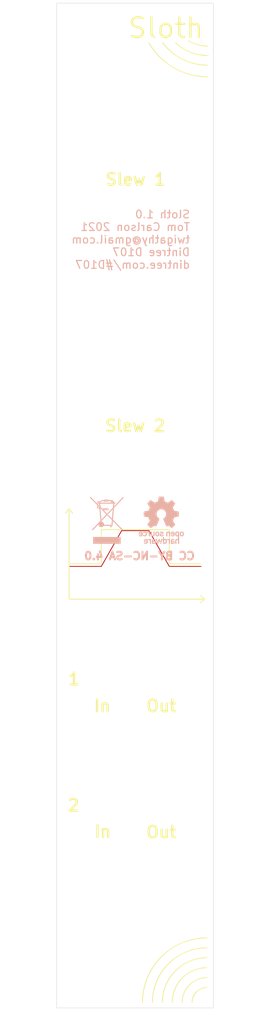
<source format=kicad_pcb>
(kicad_pcb (version 20171130) (host pcbnew "(5.1.4)-1")

  (general
    (thickness 1.6)
    (drawings 46)
    (tracks 0)
    (zones 0)
    (modules 14)
    (nets 1)
  )

  (page A4)
  (layers
    (0 F.Cu signal)
    (31 B.Cu signal)
    (32 B.Adhes user)
    (33 F.Adhes user)
    (34 B.Paste user)
    (35 F.Paste user)
    (36 B.SilkS user)
    (37 F.SilkS user)
    (38 B.Mask user)
    (39 F.Mask user)
    (40 Dwgs.User user)
    (41 Cmts.User user)
    (42 Eco1.User user)
    (43 Eco2.User user)
    (44 Edge.Cuts user)
    (45 Margin user)
    (46 B.CrtYd user)
    (47 F.CrtYd user)
    (48 B.Fab user)
    (49 F.Fab user)
  )

  (setup
    (last_trace_width 0.25)
    (trace_clearance 0.2)
    (zone_clearance 0.508)
    (zone_45_only no)
    (trace_min 0.2)
    (via_size 0.8)
    (via_drill 0.4)
    (via_min_size 0.4)
    (via_min_drill 0.3)
    (uvia_size 0.3)
    (uvia_drill 0.1)
    (uvias_allowed no)
    (uvia_min_size 0.2)
    (uvia_min_drill 0.1)
    (edge_width 0.05)
    (segment_width 0.2)
    (pcb_text_width 0.3)
    (pcb_text_size 1.5 1.5)
    (mod_edge_width 0.12)
    (mod_text_size 1 1)
    (mod_text_width 0.15)
    (pad_size 1.524 1.524)
    (pad_drill 0.762)
    (pad_to_mask_clearance 0.051)
    (solder_mask_min_width 0.25)
    (aux_axis_origin 0 0)
    (visible_elements 7FFFFFFF)
    (pcbplotparams
      (layerselection 0x010fc_ffffffff)
      (usegerberextensions false)
      (usegerberattributes true)
      (usegerberadvancedattributes false)
      (creategerberjobfile false)
      (excludeedgelayer false)
      (linewidth 0.100000)
      (plotframeref false)
      (viasonmask false)
      (mode 1)
      (useauxorigin false)
      (hpglpennumber 1)
      (hpglpenspeed 20)
      (hpglpendiameter 15.000000)
      (psnegative false)
      (psa4output false)
      (plotreference true)
      (plotvalue true)
      (plotinvisibletext false)
      (padsonsilk false)
      (subtractmaskfromsilk false)
      (outputformat 1)
      (mirror false)
      (drillshape 0)
      (scaleselection 1)
      (outputdirectory "panel/"))
  )

  (net 0 "")

  (net_class Default "This is the default net class."
    (clearance 0.2)
    (trace_width 0.25)
    (via_dia 0.8)
    (via_drill 0.4)
    (uvia_dia 0.3)
    (uvia_drill 0.1)
  )

  (net_class Power ""
    (clearance 0.2)
    (trace_width 0.5)
    (via_dia 0.8)
    (via_drill 0.4)
    (uvia_dia 0.3)
    (uvia_drill 0.1)
  )

  (module MountingHole:MountingHole_3.2mm_M3 (layer F.Cu) (tedit 5EE4C5D0) (tstamp 6016EDF6)
    (at 163.8935 110.617)
    (descr "Mounting Hole 3.2mm, no annular, M3")
    (tags "mounting hole 3.2mm no annular m3")
    (attr virtual)
    (fp_text reference REF** (at 0 -4.2) (layer F.SilkS) hide
      (effects (font (size 1 1) (thickness 0.15)))
    )
    (fp_text value MountingHole_3.2mm_M3 (at 0 4.2) (layer F.Fab)
      (effects (font (size 1 1) (thickness 0.15)))
    )
    (fp_text user %R (at 0.3 0) (layer F.Fab)
      (effects (font (size 1 1) (thickness 0.15)))
    )
    (fp_circle (center 0 0) (end 3.2 0) (layer Cmts.User) (width 0.15))
    (fp_circle (center 0 0) (end 3.45 0) (layer F.CrtYd) (width 0.05))
    (pad "" np_thru_hole circle (at 0 0) (size 6.1 6.1) (drill 6.1) (layers *.Cu *.Mask))
  )

  (module MountingHole:MountingHole_3.2mm_M3 (layer F.Cu) (tedit 5EE4C5D0) (tstamp 6016EDEF)
    (at 173.9265 110.617)
    (descr "Mounting Hole 3.2mm, no annular, M3")
    (tags "mounting hole 3.2mm no annular m3")
    (attr virtual)
    (fp_text reference REF** (at 0 -4.2) (layer F.SilkS) hide
      (effects (font (size 1 1) (thickness 0.15)))
    )
    (fp_text value MountingHole_3.2mm_M3 (at 0 4.2) (layer F.Fab)
      (effects (font (size 1 1) (thickness 0.15)))
    )
    (fp_circle (center 0 0) (end 3.45 0) (layer F.CrtYd) (width 0.05))
    (fp_circle (center 0 0) (end 3.2 0) (layer Cmts.User) (width 0.15))
    (fp_text user %R (at 0.3 0) (layer F.Fab)
      (effects (font (size 1 1) (thickness 0.15)))
    )
    (pad "" np_thru_hole circle (at 0 0) (size 6.1 6.1) (drill 6.1) (layers *.Cu *.Mask))
  )

  (module MountingHole:MountingHole_3.2mm_M3 (layer F.Cu) (tedit 5EE4C5D0) (tstamp 6016ED6D)
    (at 163.8935 126.746)
    (descr "Mounting Hole 3.2mm, no annular, M3")
    (tags "mounting hole 3.2mm no annular m3")
    (attr virtual)
    (fp_text reference REF** (at 0 -4.2) (layer F.SilkS) hide
      (effects (font (size 1 1) (thickness 0.15)))
    )
    (fp_text value MountingHole_3.2mm_M3 (at 0 4.2) (layer F.Fab)
      (effects (font (size 1 1) (thickness 0.15)))
    )
    (fp_circle (center 0 0) (end 3.45 0) (layer F.CrtYd) (width 0.05))
    (fp_circle (center 0 0) (end 3.2 0) (layer Cmts.User) (width 0.15))
    (fp_text user %R (at 0.3 0) (layer F.Fab)
      (effects (font (size 1 1) (thickness 0.15)))
    )
    (pad "" np_thru_hole circle (at 0 0) (size 6.1 6.1) (drill 6.1) (layers *.Cu *.Mask))
  )

  (module MountingHole:MountingHole_3.2mm_M3 (layer F.Cu) (tedit 5EE4C5D0) (tstamp 6016EA23)
    (at 173.9265 126.746)
    (descr "Mounting Hole 3.2mm, no annular, M3")
    (tags "mounting hole 3.2mm no annular m3")
    (attr virtual)
    (fp_text reference REF** (at 0 -4.2) (layer F.SilkS) hide
      (effects (font (size 1 1) (thickness 0.15)))
    )
    (fp_text value MountingHole_3.2mm_M3 (at 0 4.2) (layer F.Fab)
      (effects (font (size 1 1) (thickness 0.15)))
    )
    (fp_text user %R (at 0.3 0) (layer F.Fab)
      (effects (font (size 1 1) (thickness 0.15)))
    )
    (fp_circle (center 0 0) (end 3.2 0) (layer Cmts.User) (width 0.15))
    (fp_circle (center 0 0) (end 3.45 0) (layer F.CrtYd) (width 0.05))
    (pad "" np_thru_hole circle (at 0 0) (size 6.1 6.1) (drill 6.1) (layers *.Cu *.Mask))
  )

  (module MountingHole:MountingHole_3.2mm_M3 (layer F.Cu) (tedit 5F66198E) (tstamp 6016EA0C)
    (at 161.0995 119.634)
    (descr "Mounting Hole 3.2mm, no annular, M3")
    (tags "mounting hole 3.2mm no annular m3")
    (attr virtual)
    (fp_text reference REF** (at 0 -4.2) (layer F.SilkS) hide
      (effects (font (size 1 1) (thickness 0.15)))
    )
    (fp_text value MountingHole_3.2mm_M3 (at 0 4.2) (layer F.Fab)
      (effects (font (size 1 1) (thickness 0.15)))
    )
    (fp_circle (center 0 0) (end 3.45 0) (layer F.CrtYd) (width 0.05))
    (fp_circle (center 0 0) (end 3.2 0) (layer Cmts.User) (width 0.15))
    (fp_text user %R (at 0.3 0) (layer F.Fab)
      (effects (font (size 1 1) (thickness 0.15)))
    )
    (pad "" np_thru_hole circle (at 0 0) (size 3.1 3.1) (drill 3.1) (layers *.Cu *.Mask))
  )

  (module MountingHole:MountingHole_3.2mm_M3 (layer F.Cu) (tedit 5F66198E) (tstamp 6016E9FE)
    (at 176.7205 119.634)
    (descr "Mounting Hole 3.2mm, no annular, M3")
    (tags "mounting hole 3.2mm no annular m3")
    (attr virtual)
    (fp_text reference REF** (at 0 -4.2) (layer F.SilkS) hide
      (effects (font (size 1 1) (thickness 0.15)))
    )
    (fp_text value MountingHole_3.2mm_M3 (at 0 4.2) (layer F.Fab)
      (effects (font (size 1 1) (thickness 0.15)))
    )
    (fp_text user %R (at 0.3 0) (layer F.Fab)
      (effects (font (size 1 1) (thickness 0.15)))
    )
    (fp_circle (center 0 0) (end 3.2 0) (layer Cmts.User) (width 0.15))
    (fp_circle (center 0 0) (end 3.45 0) (layer F.CrtYd) (width 0.05))
    (pad "" np_thru_hole circle (at 0 0) (size 3.1 3.1) (drill 3.1) (layers *.Cu *.Mask))
  )

  (module MountingHole:MountingHole_3.2mm_M3 (layer F.Cu) (tedit 5F66198E) (tstamp 6016E9F0)
    (at 176.7205 103.505)
    (descr "Mounting Hole 3.2mm, no annular, M3")
    (tags "mounting hole 3.2mm no annular m3")
    (attr virtual)
    (fp_text reference REF** (at 0 -4.2) (layer F.SilkS) hide
      (effects (font (size 1 1) (thickness 0.15)))
    )
    (fp_text value MountingHole_3.2mm_M3 (at 0 4.2) (layer F.Fab)
      (effects (font (size 1 1) (thickness 0.15)))
    )
    (fp_circle (center 0 0) (end 3.45 0) (layer F.CrtYd) (width 0.05))
    (fp_circle (center 0 0) (end 3.2 0) (layer Cmts.User) (width 0.15))
    (fp_text user %R (at 0.3 0) (layer F.Fab)
      (effects (font (size 1 1) (thickness 0.15)))
    )
    (pad "" np_thru_hole circle (at 0 0) (size 3.1 3.1) (drill 3.1) (layers *.Cu *.Mask))
  )

  (module MountingHole:MountingHole_3.2mm_M3 (layer F.Cu) (tedit 5F66198E) (tstamp 6016E9E2)
    (at 161.0995 103.505)
    (descr "Mounting Hole 3.2mm, no annular, M3")
    (tags "mounting hole 3.2mm no annular m3")
    (attr virtual)
    (fp_text reference REF** (at 0 -4.2) (layer F.SilkS) hide
      (effects (font (size 1 1) (thickness 0.15)))
    )
    (fp_text value MountingHole_3.2mm_M3 (at 0 4.2) (layer F.Fab)
      (effects (font (size 1 1) (thickness 0.15)))
    )
    (fp_text user %R (at 0.3 0) (layer F.Fab)
      (effects (font (size 1 1) (thickness 0.15)))
    )
    (fp_circle (center 0 0) (end 3.2 0) (layer Cmts.User) (width 0.15))
    (fp_circle (center 0 0) (end 3.45 0) (layer F.CrtYd) (width 0.05))
    (pad "" np_thru_hole circle (at 0 0) (size 3.1 3.1) (drill 3.1) (layers *.Cu *.Mask))
  )

  (module Symbol:WEEE-Logo_4.2x6mm_SilkScreen (layer B.Cu) (tedit 0) (tstamp 6016E8A3)
    (at 165.2905 79.8195 180)
    (descr "Waste Electrical and Electronic Equipment Directive")
    (tags "Logo WEEE")
    (path /60041A75)
    (attr virtual)
    (fp_text reference J26 (at 0 0) (layer B.SilkS) hide
      (effects (font (size 1 1) (thickness 0.15)) (justify mirror))
    )
    (fp_text value WEEE (at 0.75 0) (layer B.Fab) hide
      (effects (font (size 1 1) (thickness 0.15)) (justify mirror))
    )
    (fp_poly (pts (xy 2.12443 2.935152) (xy 2.123811 2.848069) (xy 1.672086 2.389109) (xy 1.220361 1.930148)
      (xy 1.220032 1.719529) (xy 1.219703 1.508911) (xy 0.94461 1.508911) (xy 0.937522 1.45547)
      (xy 0.934838 1.431112) (xy 0.930313 1.385241) (xy 0.924191 1.320595) (xy 0.916712 1.239909)
      (xy 0.908119 1.145919) (xy 0.898654 1.041363) (xy 0.888558 0.928975) (xy 0.878074 0.811493)
      (xy 0.867444 0.691652) (xy 0.856909 0.572189) (xy 0.846713 0.455841) (xy 0.837095 0.345343)
      (xy 0.8283 0.243431) (xy 0.820568 0.152842) (xy 0.814142 0.076313) (xy 0.809263 0.016579)
      (xy 0.806175 -0.023624) (xy 0.805117 -0.041559) (xy 0.805118 -0.041644) (xy 0.812827 -0.056035)
      (xy 0.835981 -0.085748) (xy 0.874895 -0.131131) (xy 0.929884 -0.192529) (xy 1.001264 -0.270288)
      (xy 1.089349 -0.364754) (xy 1.194454 -0.476272) (xy 1.316895 -0.605188) (xy 1.35131 -0.641287)
      (xy 1.897137 -1.213416) (xy 1.808881 -1.301436) (xy 1.737485 -1.223758) (xy 1.711366 -1.195686)
      (xy 1.670566 -1.152274) (xy 1.617777 -1.096366) (xy 1.555691 -1.030808) (xy 1.487 -0.958441)
      (xy 1.414396 -0.882112) (xy 1.37096 -0.836524) (xy 1.289416 -0.751119) (xy 1.223504 -0.68271)
      (xy 1.171544 -0.630053) (xy 1.131855 -0.591905) (xy 1.102757 -0.56702) (xy 1.082569 -0.554156)
      (xy 1.06961 -0.552068) (xy 1.0622 -0.559513) (xy 1.058658 -0.575246) (xy 1.057303 -0.598023)
      (xy 1.057121 -0.604239) (xy 1.047703 -0.647061) (xy 1.024497 -0.698819) (xy 0.992136 -0.751328)
      (xy 0.955252 -0.796403) (xy 0.940493 -0.810328) (xy 0.864767 -0.859047) (xy 0.776308 -0.886306)
      (xy 0.6981 -0.892773) (xy 0.609468 -0.880576) (xy 0.527612 -0.844813) (xy 0.455164 -0.786722)
      (xy 0.441797 -0.772262) (xy 0.392918 -0.716733) (xy -0.452674 -0.716733) (xy -0.452674 -0.892773)
      (xy -0.67901 -0.892773) (xy -0.67901 -0.810531) (xy -0.68185 -0.754386) (xy -0.691393 -0.715416)
      (xy -0.702991 -0.694219) (xy -0.711277 -0.679052) (xy -0.718373 -0.657062) (xy -0.724748 -0.624987)
      (xy -0.730872 -0.579569) (xy -0.737216 -0.517548) (xy -0.74425 -0.435662) (xy -0.749066 -0.374746)
      (xy -0.771161 -0.089343) (xy -1.313565 -0.638805) (xy -1.411637 -0.738228) (xy -1.505784 -0.833815)
      (xy -1.594285 -0.92381) (xy -1.67542 -1.006457) (xy -1.747469 -1.080001) (xy -1.808712 -1.142684)
      (xy -1.857427 -1.192752) (xy -1.891896 -1.228448) (xy -1.910379 -1.247995) (xy -1.940743 -1.278944)
      (xy -1.966071 -1.30053) (xy -1.979695 -1.307723) (xy -1.997095 -1.299297) (xy -2.02246 -1.278245)
      (xy -2.031058 -1.269671) (xy -2.067514 -1.23162) (xy -1.866802 -1.027658) (xy -1.815596 -0.975699)
      (xy -1.749569 -0.90882) (xy -1.671618 -0.82995) (xy -1.584638 -0.742014) (xy -1.491526 -0.647941)
      (xy -1.395179 -0.550658) (xy -1.298492 -0.453093) (xy -1.229134 -0.383145) (xy -1.123703 -0.27655)
      (xy -1.035129 -0.186307) (xy -0.962281 -0.111192) (xy -0.904023 -0.049986) (xy -0.859225 -0.001466)
      (xy -0.837021 0.023871) (xy -0.658724 0.023871) (xy -0.636401 -0.261555) (xy -0.629669 -0.345219)
      (xy -0.623157 -0.421727) (xy -0.617234 -0.487081) (xy -0.612268 -0.537281) (xy -0.608629 -0.568329)
      (xy -0.607458 -0.575273) (xy -0.600838 -0.603565) (xy 0.348636 -0.603565) (xy 0.354974 -0.524606)
      (xy 0.37411 -0.431315) (xy 0.414154 -0.348791) (xy 0.472582 -0.280038) (xy 0.546871 -0.228063)
      (xy 0.630252 -0.196863) (xy 0.657302 -0.182228) (xy 0.670844 -0.150819) (xy 0.671128 -0.149434)
      (xy 0.672753 -0.136174) (xy 0.670744 -0.122595) (xy 0.663142 -0.106181) (xy 0.647984 -0.084411)
      (xy 0.623312 -0.054767) (xy 0.587164 -0.014732) (xy 0.53758 0.038215) (xy 0.472599 0.106591)
      (xy 0.468401 0.110995) (xy 0.398507 0.184389) (xy 0.3242 0.262563) (xy 0.250586 0.340136)
      (xy 0.182771 0.411725) (xy 0.12586 0.471949) (xy 0.113168 0.485413) (xy 0.064513 0.53618)
      (xy 0.021291 0.579625) (xy -0.013395 0.612759) (xy -0.036444 0.632595) (xy -0.044182 0.636954)
      (xy -0.055722 0.62783) (xy -0.08271 0.6028) (xy -0.123021 0.563948) (xy -0.174529 0.513357)
      (xy -0.235109 0.453112) (xy -0.302636 0.385296) (xy -0.357826 0.329435) (xy -0.658724 0.023871)
      (xy -0.837021 0.023871) (xy -0.826751 0.035589) (xy -0.805471 0.062401) (xy -0.794251 0.080192)
      (xy -0.791754 0.08843) (xy -0.7927 0.10641) (xy -0.795573 0.147108) (xy -0.800187 0.208181)
      (xy -0.806358 0.287287) (xy -0.813898 0.382086) (xy -0.822621 0.490233) (xy -0.832343 0.609388)
      (xy -0.842876 0.737209) (xy -0.851365 0.839365) (xy -0.899396 1.415326) (xy -0.775805 1.415326)
      (xy -0.775273 1.402896) (xy -0.772769 1.36789) (xy -0.768496 1.312785) (xy -0.762653 1.240057)
      (xy -0.755443 1.152186) (xy -0.747066 1.051649) (xy -0.737723 0.940923) (xy -0.728758 0.835795)
      (xy -0.718602 0.716517) (xy -0.709142 0.60392) (xy -0.700596 0.500695) (xy -0.693179 0.409527)
      (xy -0.687108 0.333105) (xy -0.682601 0.274117) (xy -0.679873 0.235251) (xy -0.679116 0.220156)
      (xy -0.677935 0.210762) (xy -0.673256 0.207034) (xy -0.663276 0.210529) (xy -0.64619 0.222801)
      (xy -0.620196 0.245406) (xy -0.58349 0.2799) (xy -0.534267 0.327838) (xy -0.470726 0.390776)
      (xy -0.403305 0.458032) (xy -0.127601 0.733523) (xy -0.129533 0.735594) (xy 0.05271 0.735594)
      (xy 0.061016 0.72422) (xy 0.084267 0.697437) (xy 0.120135 0.657708) (xy 0.166287 0.607493)
      (xy 0.220394 0.549254) (xy 0.280126 0.485453) (xy 0.343152 0.418551) (xy 0.407142 0.35101)
      (xy 0.469764 0.28529) (xy 0.52869 0.223854) (xy 0.581588 0.169163) (xy 0.626128 0.123678)
      (xy 0.65998 0.089862) (xy 0.680812 0.070174) (xy 0.686494 0.066163) (xy 0.688366 0.079109)
      (xy 0.692254 0.114866) (xy 0.697943 0.171196) (xy 0.705219 0.24586) (xy 0.713869 0.33662)
      (xy 0.723678 0.441238) (xy 0.734434 0.557474) (xy 0.745921 0.683092) (xy 0.755093 0.784382)
      (xy 0.766826 0.915721) (xy 0.777665 1.039448) (xy 0.78743 1.153319) (xy 0.795937 1.255089)
      (xy 0.803005 1.342513) (xy 0.808451 1.413347) (xy 0.812092 1.465347) (xy 0.813747 1.496268)
      (xy 0.813558 1.504297) (xy 0.803666 1.497146) (xy 0.778476 1.474159) (xy 0.74019 1.437561)
      (xy 0.691011 1.389578) (xy 0.633139 1.332434) (xy 0.568778 1.268353) (xy 0.500129 1.199562)
      (xy 0.429395 1.128284) (xy 0.358778 1.056745) (xy 0.29048 0.98717) (xy 0.226704 0.921783)
      (xy 0.16965 0.862809) (xy 0.121522 0.812473) (xy 0.084522 0.773001) (xy 0.060852 0.746617)
      (xy 0.05271 0.735594) (xy -0.129533 0.735594) (xy -0.230409 0.843705) (xy -0.282768 0.899623)
      (xy -0.341535 0.962052) (xy -0.404385 1.028557) (xy -0.468995 1.096702) (xy -0.533042 1.164052)
      (xy -0.594203 1.228172) (xy -0.650153 1.286628) (xy -0.69857 1.336982) (xy -0.73713 1.376802)
      (xy -0.763509 1.40365) (xy -0.775384 1.415092) (xy -0.775805 1.415326) (xy -0.899396 1.415326)
      (xy -0.911401 1.559274) (xy -1.511938 2.190842) (xy -2.112475 2.822411) (xy -2.112034 2.910685)
      (xy -2.111592 2.99896) (xy -2.014583 2.895334) (xy -1.960291 2.837537) (xy -1.896192 2.769632)
      (xy -1.824016 2.693428) (xy -1.745492 2.610731) (xy -1.662349 2.523347) (xy -1.576319 2.433085)
      (xy -1.48913 2.34175) (xy -1.402513 2.251151) (xy -1.318197 2.163093) (xy -1.237912 2.079385)
      (xy -1.163387 2.001833) (xy -1.096354 1.932243) (xy -1.038541 1.872424) (xy -0.991679 1.824182)
      (xy -0.957496 1.789324) (xy -0.937724 1.769657) (xy -0.93339 1.765884) (xy -0.933092 1.779008)
      (xy -0.934731 1.812611) (xy -0.938023 1.86212) (xy -0.942682 1.922963) (xy -0.944682 1.947268)
      (xy -0.959577 2.125049) (xy -0.842955 2.125049) (xy -0.836934 2.096757) (xy -0.833863 2.074382)
      (xy -0.829548 2.032283) (xy -0.824488 1.975822) (xy -0.819181 1.910365) (xy -0.817344 1.886138)
      (xy -0.811927 1.816579) (xy -0.806459 1.751982) (xy -0.801488 1.698452) (xy -0.797561 1.66209)
      (xy -0.796675 1.655491) (xy -0.793334 1.641944) (xy -0.786101 1.626086) (xy -0.77344 1.606139)
      (xy -0.753811 1.580327) (xy -0.725678 1.546871) (xy -0.687502 1.503993) (xy -0.637746 1.449917)
      (xy -0.574871 1.382864) (xy -0.497341 1.301057) (xy -0.418251 1.21805) (xy -0.339564 1.135906)
      (xy -0.266112 1.059831) (xy -0.199724 0.991675) (xy -0.142227 0.933288) (xy -0.095451 0.886519)
      (xy -0.061224 0.853218) (xy -0.041373 0.835233) (xy -0.03714 0.832558) (xy -0.026003 0.842259)
      (xy 0.000029 0.867559) (xy 0.03843 0.905918) (xy 0.086672 0.9548) (xy 0.14223 1.011666)
      (xy 0.182408 1.053094) (xy 0.392169 1.27) (xy -0.226337 1.27) (xy -0.226337 1.508911)
      (xy 0.528119 1.508911) (xy 0.528119 1.402458) (xy 0.666435 1.540346) (xy 0.764553 1.63816)
      (xy 0.955643 1.63816) (xy 0.957471 1.62273) (xy 0.966723 1.614133) (xy 0.98905 1.610387)
      (xy 1.030105 1.609511) (xy 1.037376 1.609505) (xy 1.119109 1.609505) (xy 1.119109 1.828828)
      (xy 1.037376 1.747821) (xy 0.99127 1.698572) (xy 0.963694 1.660841) (xy 0.955643 1.63816)
      (xy 0.764553 1.63816) (xy 0.804752 1.678234) (xy 0.804752 1.801048) (xy 0.805137 1.85755)
      (xy 0.8069 1.893495) (xy 0.81095 1.91347) (xy 0.818199 1.922063) (xy 0.82913 1.923861)
      (xy 0.841288 1.926502) (xy 0.850273 1.937088) (xy 0.857174 1.959619) (xy 0.863076 1.998091)
      (xy 0.869065 2.056502) (xy 0.870987 2.077896) (xy 0.875148 2.125049) (xy -0.842955 2.125049)
      (xy -0.959577 2.125049) (xy -1.119109 2.125049) (xy -1.119109 2.238218) (xy -1.051314 2.238218)
      (xy -1.011662 2.239304) (xy -0.990116 2.244546) (xy -0.98748 2.247666) (xy -0.848616 2.247666)
      (xy -0.841308 2.240538) (xy -0.815993 2.238338) (xy -0.798908 2.238218) (xy -0.741881 2.238218)
      (xy -0.529221 2.238218) (xy 0.885302 2.238218) (xy 0.837458 2.287214) (xy 0.76315 2.347676)
      (xy 0.671184 2.394309) (xy 0.560002 2.427751) (xy 0.449529 2.446247) (xy 0.377227 2.454878)
      (xy 0.377227 2.36396) (xy -0.201188 2.36396) (xy -0.201188 2.467107) (xy -0.286065 2.458504)
      (xy -0.345368 2.451244) (xy -0.408551 2.441621) (xy -0.446386 2.434748) (xy -0.521832 2.419593)
      (xy -0.525526 2.328905) (xy -0.529221 2.238218) (xy -0.741881 2.238218) (xy -0.741881 2.288515)
      (xy -0.743544 2.320024) (xy -0.747697 2.337537) (xy -0.749371 2.338812) (xy -0.767987 2.330746)
      (xy -0.795183 2.31118) (xy -0.822448 2.287056) (xy -0.841267 2.265318) (xy -0.842943 2.262492)
      (xy -0.848616 2.247666) (xy -0.98748 2.247666) (xy -0.979662 2.256919) (xy -0.975442 2.270396)
      (xy -0.958219 2.305373) (xy -0.925138 2.347421) (xy -0.881893 2.390644) (xy -0.834174 2.429146)
      (xy -0.80283 2.449199) (xy -0.767123 2.471149) (xy -0.748819 2.489589) (xy -0.742388 2.511332)
      (xy -0.741894 2.524282) (xy -0.741894 2.527425) (xy -0.100594 2.527425) (xy -0.100594 2.464554)
      (xy 0.276633 2.464554) (xy 0.276633 2.527425) (xy -0.100594 2.527425) (xy -0.741894 2.527425)
      (xy -0.741881 2.565148) (xy -0.636048 2.565148) (xy -0.587355 2.563971) (xy -0.549405 2.560835)
      (xy -0.528308 2.556329) (xy -0.526023 2.554505) (xy -0.512641 2.551705) (xy -0.480074 2.552852)
      (xy -0.433916 2.557607) (xy -0.402376 2.561997) (xy -0.345188 2.570622) (xy -0.292886 2.578409)
      (xy -0.253582 2.584153) (xy -0.242055 2.585785) (xy -0.211937 2.595112) (xy -0.201188 2.609728)
      (xy -0.19792 2.61568) (xy -0.18623 2.620222) (xy -0.163288 2.62353) (xy -0.126265 2.625785)
      (xy -0.072332 2.627166) (xy 0.00134 2.62785) (xy 0.08802 2.62802) (xy 0.180529 2.627923)
      (xy 0.250906 2.62747) (xy 0.302164 2.62641) (xy 0.33732 2.624497) (xy 0.359389 2.621481)
      (xy 0.371385 2.617115) (xy 0.376324 2.611151) (xy 0.377227 2.604216) (xy 0.384921 2.582205)
      (xy 0.410121 2.569679) (xy 0.456009 2.565212) (xy 0.464264 2.565148) (xy 0.541973 2.557132)
      (xy 0.630233 2.535064) (xy 0.721085 2.501916) (xy 0.80657 2.460661) (xy 0.878726 2.414269)
      (xy 0.888072 2.406918) (xy 0.918533 2.383002) (xy 0.936572 2.373424) (xy 0.949169 2.37652)
      (xy 0.9621 2.389296) (xy 1.000293 2.414322) (xy 1.049998 2.423929) (xy 1.103524 2.418933)
      (xy 1.153178 2.400149) (xy 1.191267 2.368394) (xy 1.194025 2.364703) (xy 1.222526 2.305425)
      (xy 1.227828 2.244066) (xy 1.210518 2.185573) (xy 1.17118 2.134896) (xy 1.16637 2.130711)
      (xy 1.13844 2.110833) (xy 1.110102 2.102079) (xy 1.070263 2.101447) (xy 1.060311 2.102008)
      (xy 1.021332 2.103438) (xy 1.001254 2.100161) (xy 0.993985 2.090272) (xy 0.99324 2.081039)
      (xy 0.991716 2.054256) (xy 0.987935 2.013975) (xy 0.985218 1.989876) (xy 0.981277 1.951599)
      (xy 0.982916 1.932004) (xy 0.992421 1.924842) (xy 1.009351 1.923861) (xy 1.019392 1.927099)
      (xy 1.03559 1.93758) (xy 1.059145 1.956452) (xy 1.091257 1.984865) (xy 1.133128 2.023965)
      (xy 1.185957 2.074903) (xy 1.250945 2.138827) (xy 1.329291 2.216886) (xy 1.422197 2.310228)
      (xy 1.530863 2.420002) (xy 1.583231 2.473048) (xy 2.125049 3.022233) (xy 2.12443 2.935152)) (layer B.SilkS) (width 0.01))
    (fp_poly (pts (xy 1.747822 -3.017822) (xy -1.772971 -3.017822) (xy -1.772971 -2.150198) (xy 1.747822 -2.150198)
      (xy 1.747822 -3.017822)) (layer B.SilkS) (width 0.01))
  )

  (module Symbol:OSHW-Logo_5.7x6mm_SilkScreen (layer B.Cu) (tedit 0) (tstamp 6016E88E)
    (at 172.2755 79.8195 180)
    (descr "Open Source Hardware Logo")
    (tags "Logo OSHW")
    (path /600400DA)
    (attr virtual)
    (fp_text reference J27 (at 0 0) (layer B.SilkS) hide
      (effects (font (size 1 1) (thickness 0.15)) (justify mirror))
    )
    (fp_text value OSHW (at 0.75 0) (layer B.Fab) hide
      (effects (font (size 1 1) (thickness 0.15)) (justify mirror))
    )
    (fp_poly (pts (xy 0.376964 2.709982) (xy 0.433812 2.40843) (xy 0.853338 2.235488) (xy 1.104984 2.406605)
      (xy 1.175458 2.45425) (xy 1.239163 2.49679) (xy 1.293126 2.532285) (xy 1.334373 2.55879)
      (xy 1.359934 2.574364) (xy 1.366895 2.577722) (xy 1.379435 2.569086) (xy 1.406231 2.545208)
      (xy 1.44428 2.509141) (xy 1.490579 2.463933) (xy 1.542123 2.412636) (xy 1.595909 2.358299)
      (xy 1.648935 2.303972) (xy 1.698195 2.252705) (xy 1.740687 2.207549) (xy 1.773407 2.171554)
      (xy 1.793351 2.14777) (xy 1.798119 2.13981) (xy 1.791257 2.125135) (xy 1.77202 2.092986)
      (xy 1.74243 2.046508) (xy 1.70451 1.988844) (xy 1.660282 1.92314) (xy 1.634654 1.885664)
      (xy 1.587941 1.817232) (xy 1.546432 1.75548) (xy 1.51214 1.703481) (xy 1.48708 1.664308)
      (xy 1.473264 1.641035) (xy 1.471188 1.636145) (xy 1.475895 1.622245) (xy 1.488723 1.58985)
      (xy 1.507738 1.543515) (xy 1.531003 1.487794) (xy 1.556584 1.427242) (xy 1.582545 1.366414)
      (xy 1.60695 1.309864) (xy 1.627863 1.262148) (xy 1.643349 1.227819) (xy 1.651472 1.211432)
      (xy 1.651952 1.210788) (xy 1.664707 1.207659) (xy 1.698677 1.200679) (xy 1.75034 1.190533)
      (xy 1.816176 1.177908) (xy 1.892664 1.163491) (xy 1.93729 1.155177) (xy 2.019021 1.139616)
      (xy 2.092843 1.124808) (xy 2.155021 1.111564) (xy 2.201822 1.100695) (xy 2.229509 1.093011)
      (xy 2.235074 1.090573) (xy 2.240526 1.07407) (xy 2.244924 1.0368) (xy 2.248272 0.98312)
      (xy 2.250574 0.917388) (xy 2.251832 0.843963) (xy 2.252048 0.767204) (xy 2.251227 0.691468)
      (xy 2.249371 0.621114) (xy 2.246482 0.5605) (xy 2.242565 0.513984) (xy 2.237622 0.485925)
      (xy 2.234657 0.480084) (xy 2.216934 0.473083) (xy 2.179381 0.463073) (xy 2.126964 0.451231)
      (xy 2.064652 0.438733) (xy 2.0429 0.43469) (xy 1.938024 0.41548) (xy 1.85518 0.400009)
      (xy 1.79163 0.387663) (xy 1.744637 0.377827) (xy 1.711463 0.369886) (xy 1.689371 0.363224)
      (xy 1.675624 0.357227) (xy 1.667484 0.351281) (xy 1.666345 0.350106) (xy 1.654977 0.331174)
      (xy 1.637635 0.294331) (xy 1.61605 0.244087) (xy 1.591954 0.184954) (xy 1.567079 0.121444)
      (xy 1.543157 0.058068) (xy 1.521919 -0.000662) (xy 1.505097 -0.050235) (xy 1.494422 -0.086139)
      (xy 1.491627 -0.103862) (xy 1.49186 -0.104483) (xy 1.501331 -0.11897) (xy 1.522818 -0.150844)
      (xy 1.554063 -0.196789) (xy 1.592807 -0.253485) (xy 1.636793 -0.317617) (xy 1.649319 -0.335842)
      (xy 1.693984 -0.401914) (xy 1.733288 -0.4622) (xy 1.765088 -0.513235) (xy 1.787245 -0.55156)
      (xy 1.797617 -0.573711) (xy 1.798119 -0.576432) (xy 1.789405 -0.590736) (xy 1.765325 -0.619072)
      (xy 1.728976 -0.658396) (xy 1.683453 -0.705661) (xy 1.631852 -0.757823) (xy 1.577267 -0.811835)
      (xy 1.522794 -0.864653) (xy 1.471529 -0.913231) (xy 1.426567 -0.954523) (xy 1.391004 -0.985485)
      (xy 1.367935 -1.00307) (xy 1.361554 -1.005941) (xy 1.346699 -0.999178) (xy 1.316286 -0.980939)
      (xy 1.275268 -0.954297) (xy 1.243709 -0.932852) (xy 1.186525 -0.893503) (xy 1.118806 -0.847171)
      (xy 1.05088 -0.800913) (xy 1.014361 -0.776155) (xy 0.890752 -0.692547) (xy 0.786991 -0.74865)
      (xy 0.73972 -0.773228) (xy 0.699523 -0.792331) (xy 0.672326 -0.803227) (xy 0.665402 -0.804743)
      (xy 0.657077 -0.793549) (xy 0.640654 -0.761917) (xy 0.617357 -0.712765) (xy 0.588414 -0.64901)
      (xy 0.55505 -0.573571) (xy 0.518491 -0.489364) (xy 0.479964 -0.399308) (xy 0.440694 -0.306321)
      (xy 0.401908 -0.21332) (xy 0.36483 -0.123223) (xy 0.330689 -0.038948) (xy 0.300708 0.036587)
      (xy 0.276116 0.100466) (xy 0.258136 0.149769) (xy 0.247997 0.181579) (xy 0.246366 0.192504)
      (xy 0.259291 0.206439) (xy 0.287589 0.22906) (xy 0.325346 0.255667) (xy 0.328515 0.257772)
      (xy 0.4261 0.335886) (xy 0.504786 0.427018) (xy 0.563891 0.528255) (xy 0.602732 0.636682)
      (xy 0.620628 0.749386) (xy 0.616897 0.863452) (xy 0.590857 0.975966) (xy 0.541825 1.084015)
      (xy 0.5274 1.107655) (xy 0.452369 1.203113) (xy 0.36373 1.279768) (xy 0.264549 1.33722)
      (xy 0.157895 1.375071) (xy 0.046836 1.392922) (xy -0.065561 1.390375) (xy -0.176227 1.36703)
      (xy -0.282094 1.32249) (xy -0.380095 1.256355) (xy -0.41041 1.229513) (xy -0.487562 1.145488)
      (xy -0.543782 1.057034) (xy -0.582347 0.957885) (xy -0.603826 0.859697) (xy -0.609128 0.749303)
      (xy -0.591448 0.63836) (xy -0.552581 0.530619) (xy -0.494323 0.429831) (xy -0.418469 0.339744)
      (xy -0.326817 0.264108) (xy -0.314772 0.256136) (xy -0.276611 0.230026) (xy -0.247601 0.207405)
      (xy -0.233732 0.192961) (xy -0.233531 0.192504) (xy -0.236508 0.176879) (xy -0.248311 0.141418)
      (xy -0.267714 0.089038) (xy -0.293488 0.022655) (xy -0.324409 -0.054814) (xy -0.359249 -0.14045)
      (xy -0.396783 -0.231337) (xy -0.435783 -0.324559) (xy -0.475023 -0.417197) (xy -0.513276 -0.506335)
      (xy -0.549317 -0.589055) (xy -0.581917 -0.662441) (xy -0.609852 -0.723575) (xy -0.631895 -0.769541)
      (xy -0.646818 -0.797421) (xy -0.652828 -0.804743) (xy -0.671191 -0.799041) (xy -0.705552 -0.783749)
      (xy -0.749984 -0.761599) (xy -0.774417 -0.74865) (xy -0.878178 -0.692547) (xy -1.001787 -0.776155)
      (xy -1.064886 -0.818987) (xy -1.13397 -0.866122) (xy -1.198707 -0.910503) (xy -1.231134 -0.932852)
      (xy -1.276741 -0.963477) (xy -1.31536 -0.987747) (xy -1.341952 -1.002587) (xy -1.35059 -1.005724)
      (xy -1.363161 -0.997261) (xy -1.390984 -0.973636) (xy -1.431361 -0.937302) (xy -1.481595 -0.890711)
      (xy -1.538988 -0.836317) (xy -1.575286 -0.801392) (xy -1.63879 -0.738996) (xy -1.693673 -0.683188)
      (xy -1.737714 -0.636354) (xy -1.768695 -0.600882) (xy -1.784398 -0.579161) (xy -1.785905 -0.574752)
      (xy -1.778914 -0.557985) (xy -1.759594 -0.524082) (xy -1.730091 -0.476476) (xy -1.692545 -0.418599)
      (xy -1.6491 -0.353884) (xy -1.636745 -0.335842) (xy -1.591727 -0.270267) (xy -1.55134 -0.211228)
      (xy -1.51784 -0.162042) (xy -1.493486 -0.126028) (xy -1.480536 -0.106502) (xy -1.479285 -0.104483)
      (xy -1.481156 -0.088922) (xy -1.491087 -0.054709) (xy -1.507347 -0.006355) (xy -1.528205 0.051629)
      (xy -1.551927 0.11473) (xy -1.576784 0.178437) (xy -1.601042 0.238239) (xy -1.622971 0.289624)
      (xy -1.640838 0.328081) (xy -1.652913 0.349098) (xy -1.653771 0.350106) (xy -1.661154 0.356112)
      (xy -1.673625 0.362052) (xy -1.69392 0.36854) (xy -1.724778 0.376191) (xy -1.768934 0.38562)
      (xy -1.829126 0.397441) (xy -1.908093 0.412271) (xy -2.00857 0.430723) (xy -2.030325 0.43469)
      (xy -2.094802 0.447147) (xy -2.151011 0.459334) (xy -2.193987 0.470074) (xy -2.21876 0.478191)
      (xy -2.222082 0.480084) (xy -2.227556 0.496862) (xy -2.232006 0.534355) (xy -2.235428 0.588206)
      (xy -2.237819 0.654056) (xy -2.239177 0.727547) (xy -2.239499 0.80432) (xy -2.238781 0.880017)
      (xy -2.237021 0.95028) (xy -2.234216 1.01075) (xy -2.230362 1.05707) (xy -2.225457 1.084881)
      (xy -2.2225 1.090573) (xy -2.206037 1.096314) (xy -2.168551 1.105655) (xy -2.113775 1.117785)
      (xy -2.045445 1.131893) (xy -1.967294 1.14717) (xy -1.924716 1.155177) (xy -1.843929 1.170279)
      (xy -1.771887 1.18396) (xy -1.712111 1.195533) (xy -1.668121 1.204313) (xy -1.643439 1.209613)
      (xy -1.639377 1.210788) (xy -1.632511 1.224035) (xy -1.617998 1.255943) (xy -1.597771 1.301953)
      (xy -1.573766 1.357508) (xy -1.547918 1.418047) (xy -1.52216 1.479014) (xy -1.498427 1.535849)
      (xy -1.478654 1.583994) (xy -1.464776 1.61889) (xy -1.458726 1.635979) (xy -1.458614 1.636726)
      (xy -1.465472 1.650207) (xy -1.484698 1.68123) (xy -1.514272 1.726711) (xy -1.552173 1.783568)
      (xy -1.59638 1.848717) (xy -1.622079 1.886138) (xy -1.668907 1.954753) (xy -1.710499 2.017048)
      (xy -1.744825 2.069871) (xy -1.769857 2.110073) (xy -1.783565 2.1345) (xy -1.785544 2.139976)
      (xy -1.777034 2.152722) (xy -1.753507 2.179937) (xy -1.717968 2.218572) (xy -1.673423 2.265577)
      (xy -1.622877 2.317905) (xy -1.569336 2.372505) (xy -1.515805 2.42633) (xy -1.465289 2.47633)
      (xy -1.420794 2.519457) (xy -1.385325 2.552661) (xy -1.361887 2.572894) (xy -1.354046 2.577722)
      (xy -1.34128 2.570933) (xy -1.310744 2.551858) (xy -1.26541 2.522439) (xy -1.208244 2.484619)
      (xy -1.142216 2.440339) (xy -1.09241 2.406605) (xy -0.840764 2.235488) (xy -0.631001 2.321959)
      (xy -0.421237 2.40843) (xy -0.364389 2.709982) (xy -0.30754 3.011534) (xy 0.320115 3.011534)
      (xy 0.376964 2.709982)) (layer B.SilkS) (width 0.01))
    (fp_poly (pts (xy 1.79946 -1.45803) (xy 1.842711 -1.471245) (xy 1.870558 -1.487941) (xy 1.879629 -1.501145)
      (xy 1.877132 -1.516797) (xy 1.860931 -1.541385) (xy 1.847232 -1.5588) (xy 1.818992 -1.590283)
      (xy 1.797775 -1.603529) (xy 1.779688 -1.602664) (xy 1.726035 -1.58901) (xy 1.68663 -1.58963)
      (xy 1.654632 -1.605104) (xy 1.64389 -1.614161) (xy 1.609505 -1.646027) (xy 1.609505 -2.062179)
      (xy 1.471188 -2.062179) (xy 1.471188 -1.458614) (xy 1.540347 -1.458614) (xy 1.581869 -1.460256)
      (xy 1.603291 -1.466087) (xy 1.609502 -1.477461) (xy 1.609505 -1.477798) (xy 1.612439 -1.489713)
      (xy 1.625704 -1.488159) (xy 1.644084 -1.479563) (xy 1.682046 -1.463568) (xy 1.712872 -1.453945)
      (xy 1.752536 -1.451478) (xy 1.79946 -1.45803)) (layer B.SilkS) (width 0.01))
    (fp_poly (pts (xy -0.754012 -1.469002) (xy -0.722717 -1.48395) (xy -0.692409 -1.505541) (xy -0.669318 -1.530391)
      (xy -0.6525 -1.562087) (xy -0.641006 -1.604214) (xy -0.633891 -1.660358) (xy -0.630207 -1.734106)
      (xy -0.629008 -1.829044) (xy -0.628989 -1.838985) (xy -0.628713 -2.062179) (xy -0.76703 -2.062179)
      (xy -0.76703 -1.856418) (xy -0.767128 -1.780189) (xy -0.767809 -1.724939) (xy -0.769651 -1.686501)
      (xy -0.773233 -1.660706) (xy -0.779132 -1.643384) (xy -0.787927 -1.630368) (xy -0.80018 -1.617507)
      (xy -0.843047 -1.589873) (xy -0.889843 -1.584745) (xy -0.934424 -1.602217) (xy -0.949928 -1.615221)
      (xy -0.96131 -1.627447) (xy -0.969481 -1.64054) (xy -0.974974 -1.658615) (xy -0.97832 -1.685787)
      (xy -0.980051 -1.72617) (xy -0.980697 -1.783879) (xy -0.980792 -1.854132) (xy -0.980792 -2.062179)
      (xy -1.119109 -2.062179) (xy -1.119109 -1.458614) (xy -1.04995 -1.458614) (xy -1.008428 -1.460256)
      (xy -0.987006 -1.466087) (xy -0.980795 -1.477461) (xy -0.980792 -1.477798) (xy -0.97791 -1.488938)
      (xy -0.965199 -1.487674) (xy -0.939926 -1.475434) (xy -0.882605 -1.457424) (xy -0.817037 -1.455421)
      (xy -0.754012 -1.469002)) (layer B.SilkS) (width 0.01))
    (fp_poly (pts (xy 2.677898 -1.456457) (xy 2.710096 -1.464279) (xy 2.771825 -1.492921) (xy 2.82461 -1.536667)
      (xy 2.861141 -1.589117) (xy 2.86616 -1.600893) (xy 2.873045 -1.63174) (xy 2.877864 -1.677371)
      (xy 2.879505 -1.723492) (xy 2.879505 -1.810693) (xy 2.697178 -1.810693) (xy 2.621979 -1.810978)
      (xy 2.569003 -1.812704) (xy 2.535325 -1.817181) (xy 2.51802 -1.82572) (xy 2.514163 -1.83963)
      (xy 2.520829 -1.860222) (xy 2.53277 -1.884315) (xy 2.56608 -1.924525) (xy 2.612368 -1.944558)
      (xy 2.668944 -1.943905) (xy 2.733031 -1.922101) (xy 2.788417 -1.895193) (xy 2.834375 -1.931532)
      (xy 2.880333 -1.967872) (xy 2.837096 -2.007819) (xy 2.779374 -2.045563) (xy 2.708386 -2.06832)
      (xy 2.632029 -2.074688) (xy 2.558199 -2.063268) (xy 2.546287 -2.059393) (xy 2.481399 -2.025506)
      (xy 2.43313 -1.974986) (xy 2.400465 -1.906325) (xy 2.382385 -1.818014) (xy 2.382175 -1.816121)
      (xy 2.380556 -1.719878) (xy 2.3871 -1.685542) (xy 2.514852 -1.685542) (xy 2.526584 -1.690822)
      (xy 2.558438 -1.694867) (xy 2.605397 -1.697176) (xy 2.635154 -1.697525) (xy 2.690648 -1.697306)
      (xy 2.725346 -1.695916) (xy 2.743601 -1.692251) (xy 2.749766 -1.68521) (xy 2.748195 -1.67369)
      (xy 2.746878 -1.669233) (xy 2.724382 -1.627355) (xy 2.689003 -1.593604) (xy 2.65778 -1.578773)
      (xy 2.616301 -1.579668) (xy 2.574269 -1.598164) (xy 2.539012 -1.628786) (xy 2.517854 -1.666062)
      (xy 2.514852 -1.685542) (xy 2.3871 -1.685542) (xy 2.39669 -1.635229) (xy 2.428698 -1.564191)
      (xy 2.474701 -1.508779) (xy 2.532821 -1.471009) (xy 2.60118 -1.452896) (xy 2.677898 -1.456457)) (layer B.SilkS) (width 0.01))
    (fp_poly (pts (xy 2.217226 -1.46388) (xy 2.29008 -1.49483) (xy 2.313027 -1.509895) (xy 2.342354 -1.533048)
      (xy 2.360764 -1.551253) (xy 2.363961 -1.557183) (xy 2.354935 -1.57034) (xy 2.331837 -1.592667)
      (xy 2.313344 -1.60825) (xy 2.262728 -1.648926) (xy 2.22276 -1.615295) (xy 2.191874 -1.593584)
      (xy 2.161759 -1.58609) (xy 2.127292 -1.58792) (xy 2.072561 -1.601528) (xy 2.034886 -1.629772)
      (xy 2.011991 -1.675433) (xy 2.001597 -1.741289) (xy 2.001595 -1.741331) (xy 2.002494 -1.814939)
      (xy 2.016463 -1.868946) (xy 2.044328 -1.905716) (xy 2.063325 -1.918168) (xy 2.113776 -1.933673)
      (xy 2.167663 -1.933683) (xy 2.214546 -1.918638) (xy 2.225644 -1.911287) (xy 2.253476 -1.892511)
      (xy 2.275236 -1.889434) (xy 2.298704 -1.903409) (xy 2.324649 -1.92851) (xy 2.365716 -1.97088)
      (xy 2.320121 -2.008464) (xy 2.249674 -2.050882) (xy 2.170233 -2.071785) (xy 2.087215 -2.070272)
      (xy 2.032694 -2.056411) (xy 1.96897 -2.022135) (xy 1.918005 -1.968212) (xy 1.894851 -1.930149)
      (xy 1.876099 -1.875536) (xy 1.866715 -1.806369) (xy 1.866643 -1.731407) (xy 1.875824 -1.659409)
      (xy 1.894199 -1.599137) (xy 1.897093 -1.592958) (xy 1.939952 -1.532351) (xy 1.997979 -1.488224)
      (xy 2.066591 -1.461493) (xy 2.141201 -1.453073) (xy 2.217226 -1.46388)) (layer B.SilkS) (width 0.01))
    (fp_poly (pts (xy 0.993367 -1.654342) (xy 0.994555 -1.746563) (xy 0.998897 -1.81661) (xy 1.007558 -1.867381)
      (xy 1.021704 -1.901772) (xy 1.0425 -1.922679) (xy 1.07111 -1.933) (xy 1.106535 -1.935636)
      (xy 1.143636 -1.932682) (xy 1.171818 -1.921889) (xy 1.192243 -1.90036) (xy 1.206079 -1.865199)
      (xy 1.214491 -1.81351) (xy 1.218643 -1.742394) (xy 1.219703 -1.654342) (xy 1.219703 -1.458614)
      (xy 1.35802 -1.458614) (xy 1.35802 -2.062179) (xy 1.288862 -2.062179) (xy 1.24717 -2.060489)
      (xy 1.225701 -2.054556) (xy 1.219703 -2.043293) (xy 1.216091 -2.033261) (xy 1.201714 -2.035383)
      (xy 1.172736 -2.04958) (xy 1.106319 -2.07148) (xy 1.035875 -2.069928) (xy 0.968377 -2.046147)
      (xy 0.936233 -2.027362) (xy 0.911715 -2.007022) (xy 0.893804 -1.981573) (xy 0.881479 -1.947458)
      (xy 0.873723 -1.901121) (xy 0.869516 -1.839007) (xy 0.86784 -1.757561) (xy 0.867624 -1.694578)
      (xy 0.867624 -1.458614) (xy 0.993367 -1.458614) (xy 0.993367 -1.654342)) (layer B.SilkS) (width 0.01))
    (fp_poly (pts (xy 0.610762 -1.466055) (xy 0.674363 -1.500692) (xy 0.724123 -1.555372) (xy 0.747568 -1.599842)
      (xy 0.757634 -1.639121) (xy 0.764156 -1.695116) (xy 0.766951 -1.759621) (xy 0.765836 -1.824429)
      (xy 0.760626 -1.881334) (xy 0.754541 -1.911727) (xy 0.734014 -1.953306) (xy 0.698463 -1.997468)
      (xy 0.655619 -2.036087) (xy 0.613211 -2.061034) (xy 0.612177 -2.06143) (xy 0.559553 -2.072331)
      (xy 0.497188 -2.072601) (xy 0.437924 -2.062676) (xy 0.41504 -2.054722) (xy 0.356102 -2.0213)
      (xy 0.31389 -1.977511) (xy 0.286156 -1.919538) (xy 0.270651 -1.843565) (xy 0.267143 -1.803771)
      (xy 0.26759 -1.753766) (xy 0.402376 -1.753766) (xy 0.406917 -1.826732) (xy 0.419986 -1.882334)
      (xy 0.440756 -1.917861) (xy 0.455552 -1.92802) (xy 0.493464 -1.935104) (xy 0.538527 -1.933007)
      (xy 0.577487 -1.922812) (xy 0.587704 -1.917204) (xy 0.614659 -1.884538) (xy 0.632451 -1.834545)
      (xy 0.640024 -1.773705) (xy 0.636325 -1.708497) (xy 0.628057 -1.669253) (xy 0.60432 -1.623805)
      (xy 0.566849 -1.595396) (xy 0.52172 -1.585573) (xy 0.475011 -1.595887) (xy 0.439132 -1.621112)
      (xy 0.420277 -1.641925) (xy 0.409272 -1.662439) (xy 0.404026 -1.690203) (xy 0.402449 -1.732762)
      (xy 0.402376 -1.753766) (xy 0.26759 -1.753766) (xy 0.268094 -1.69758) (xy 0.285388 -1.610501)
      (xy 0.319029 -1.54253) (xy 0.369018 -1.493664) (xy 0.435356 -1.463899) (xy 0.449601 -1.460448)
      (xy 0.53521 -1.452345) (xy 0.610762 -1.466055)) (layer B.SilkS) (width 0.01))
    (fp_poly (pts (xy 0.014017 -1.456452) (xy 0.061634 -1.465482) (xy 0.111034 -1.48437) (xy 0.116312 -1.486777)
      (xy 0.153774 -1.506476) (xy 0.179717 -1.524781) (xy 0.188103 -1.536508) (xy 0.180117 -1.555632)
      (xy 0.16072 -1.58385) (xy 0.15211 -1.594384) (xy 0.116628 -1.635847) (xy 0.070885 -1.608858)
      (xy 0.02735 -1.590878) (xy -0.02295 -1.581267) (xy -0.071188 -1.58066) (xy -0.108533 -1.589691)
      (xy -0.117495 -1.595327) (xy -0.134563 -1.621171) (xy -0.136637 -1.650941) (xy -0.123866 -1.674197)
      (xy -0.116312 -1.678708) (xy -0.093675 -1.684309) (xy -0.053885 -1.690892) (xy -0.004834 -1.697183)
      (xy 0.004215 -1.69817) (xy 0.082996 -1.711798) (xy 0.140136 -1.734946) (xy 0.17803 -1.769752)
      (xy 0.199079 -1.818354) (xy 0.205635 -1.877718) (xy 0.196577 -1.945198) (xy 0.167164 -1.998188)
      (xy 0.117278 -2.036783) (xy 0.0468 -2.061081) (xy -0.031435 -2.070667) (xy -0.095234 -2.070552)
      (xy -0.146984 -2.061845) (xy -0.182327 -2.049825) (xy -0.226983 -2.02888) (xy -0.268253 -2.004574)
      (xy -0.282921 -1.993876) (xy -0.320643 -1.963084) (xy -0.275148 -1.917049) (xy -0.229653 -1.871013)
      (xy -0.177928 -1.905243) (xy -0.126048 -1.930952) (xy -0.070649 -1.944399) (xy -0.017395 -1.945818)
      (xy 0.028049 -1.935443) (xy 0.060016 -1.913507) (xy 0.070338 -1.894998) (xy 0.068789 -1.865314)
      (xy 0.04314 -1.842615) (xy -0.00654 -1.82694) (xy -0.060969 -1.819695) (xy -0.144736 -1.805873)
      (xy -0.206967 -1.779796) (xy -0.248493 -1.740699) (xy -0.270147 -1.68782) (xy -0.273147 -1.625126)
      (xy -0.258329 -1.559642) (xy -0.224546 -1.510144) (xy -0.171495 -1.476408) (xy -0.098874 -1.458207)
      (xy -0.045072 -1.454639) (xy 0.014017 -1.456452)) (layer B.SilkS) (width 0.01))
    (fp_poly (pts (xy -1.356699 -1.472614) (xy -1.344168 -1.478514) (xy -1.300799 -1.510283) (xy -1.25979 -1.556646)
      (xy -1.229168 -1.607696) (xy -1.220459 -1.631166) (xy -1.212512 -1.673091) (xy -1.207774 -1.723757)
      (xy -1.207199 -1.744679) (xy -1.207129 -1.810693) (xy -1.587083 -1.810693) (xy -1.578983 -1.845273)
      (xy -1.559104 -1.88617) (xy -1.524347 -1.921514) (xy -1.482998 -1.944282) (xy -1.456649 -1.94901)
      (xy -1.420916 -1.943273) (xy -1.378282 -1.928882) (xy -1.363799 -1.922262) (xy -1.31024 -1.895513)
      (xy -1.264533 -1.930376) (xy -1.238158 -1.953955) (xy -1.224124 -1.973417) (xy -1.223414 -1.979129)
      (xy -1.235951 -1.992973) (xy -1.263428 -2.014012) (xy -1.288366 -2.030425) (xy -1.355664 -2.05993)
      (xy -1.43111 -2.073284) (xy -1.505888 -2.069812) (xy -1.565495 -2.051663) (xy -1.626941 -2.012784)
      (xy -1.670608 -1.961595) (xy -1.697926 -1.895367) (xy -1.710322 -1.811371) (xy -1.711421 -1.772936)
      (xy -1.707022 -1.684861) (xy -1.706482 -1.682299) (xy -1.580582 -1.682299) (xy -1.577115 -1.690558)
      (xy -1.562863 -1.695113) (xy -1.53347 -1.697065) (xy -1.484575 -1.697517) (xy -1.465748 -1.697525)
      (xy -1.408467 -1.696843) (xy -1.372141 -1.694364) (xy -1.352604 -1.689443) (xy -1.34569 -1.681434)
      (xy -1.345445 -1.678862) (xy -1.353336 -1.658423) (xy -1.373085 -1.629789) (xy -1.381575 -1.619763)
      (xy -1.413094 -1.591408) (xy -1.445949 -1.580259) (xy -1.463651 -1.579327) (xy -1.511539 -1.590981)
      (xy -1.551699 -1.622285) (xy -1.577173 -1.667752) (xy -1.577625 -1.669233) (xy -1.580582 -1.682299)
      (xy -1.706482 -1.682299) (xy -1.692392 -1.61551) (xy -1.666038 -1.560025) (xy -1.633807 -1.520639)
      (xy -1.574217 -1.477931) (xy -1.504168 -1.455109) (xy -1.429661 -1.453046) (xy -1.356699 -1.472614)) (layer B.SilkS) (width 0.01))
    (fp_poly (pts (xy -2.538261 -1.465148) (xy -2.472479 -1.494231) (xy -2.42254 -1.542793) (xy -2.388374 -1.610908)
      (xy -2.369907 -1.698651) (xy -2.368583 -1.712351) (xy -2.367546 -1.808939) (xy -2.380993 -1.893602)
      (xy -2.408108 -1.962221) (xy -2.422627 -1.984294) (xy -2.473201 -2.031011) (xy -2.537609 -2.061268)
      (xy -2.609666 -2.073824) (xy -2.683185 -2.067439) (xy -2.739072 -2.047772) (xy -2.787132 -2.014629)
      (xy -2.826412 -1.971175) (xy -2.827092 -1.970158) (xy -2.843044 -1.943338) (xy -2.85341 -1.916368)
      (xy -2.859688 -1.882332) (xy -2.863373 -1.83431) (xy -2.864997 -1.794931) (xy -2.865672 -1.759219)
      (xy -2.739955 -1.759219) (xy -2.738726 -1.79477) (xy -2.734266 -1.842094) (xy -2.726397 -1.872465)
      (xy -2.712207 -1.894072) (xy -2.698917 -1.906694) (xy -2.651802 -1.933122) (xy -2.602505 -1.936653)
      (xy -2.556593 -1.917639) (xy -2.533638 -1.896331) (xy -2.517096 -1.874859) (xy -2.507421 -1.854313)
      (xy -2.503174 -1.827574) (xy -2.50292 -1.787523) (xy -2.504228 -1.750638) (xy -2.507043 -1.697947)
      (xy -2.511505 -1.663772) (xy -2.519548 -1.64148) (xy -2.533103 -1.624442) (xy -2.543845 -1.614703)
      (xy -2.588777 -1.589123) (xy -2.637249 -1.587847) (xy -2.677894 -1.602999) (xy -2.712567 -1.634642)
      (xy -2.733224 -1.68662) (xy -2.739955 -1.759219) (xy -2.865672 -1.759219) (xy -2.866479 -1.716621)
      (xy -2.863948 -1.658056) (xy -2.856362 -1.614007) (xy -2.842681 -1.579248) (xy -2.821865 -1.548551)
      (xy -2.814147 -1.539436) (xy -2.765889 -1.494021) (xy -2.714128 -1.467493) (xy -2.650828 -1.456379)
      (xy -2.619961 -1.455471) (xy -2.538261 -1.465148)) (layer B.SilkS) (width 0.01))
    (fp_poly (pts (xy 2.032581 -2.40497) (xy 2.092685 -2.420597) (xy 2.143021 -2.452848) (xy 2.167393 -2.47694)
      (xy 2.207345 -2.533895) (xy 2.230242 -2.599965) (xy 2.238108 -2.681182) (xy 2.238148 -2.687748)
      (xy 2.238218 -2.753763) (xy 1.858264 -2.753763) (xy 1.866363 -2.788342) (xy 1.880987 -2.819659)
      (xy 1.906581 -2.852291) (xy 1.911935 -2.8575) (xy 1.957943 -2.885694) (xy 2.01041 -2.890475)
      (xy 2.070803 -2.871926) (xy 2.08104 -2.866931) (xy 2.112439 -2.851745) (xy 2.13347 -2.843094)
      (xy 2.137139 -2.842293) (xy 2.149948 -2.850063) (xy 2.174378 -2.869072) (xy 2.186779 -2.87946)
      (xy 2.212476 -2.903321) (xy 2.220915 -2.919077) (xy 2.215058 -2.933571) (xy 2.211928 -2.937534)
      (xy 2.190725 -2.954879) (xy 2.155738 -2.975959) (xy 2.131337 -2.988265) (xy 2.062072 -3.009946)
      (xy 1.985388 -3.016971) (xy 1.912765 -3.008647) (xy 1.892426 -3.002686) (xy 1.829476 -2.968952)
      (xy 1.782815 -2.917045) (xy 1.752173 -2.846459) (xy 1.737282 -2.756692) (xy 1.735647 -2.709753)
      (xy 1.740421 -2.641413) (xy 1.86099 -2.641413) (xy 1.872652 -2.646465) (xy 1.903998 -2.650429)
      (xy 1.949571 -2.652768) (xy 1.980446 -2.653169) (xy 2.035981 -2.652783) (xy 2.071033 -2.650975)
      (xy 2.090262 -2.646773) (xy 2.09833 -2.639203) (xy 2.099901 -2.628218) (xy 2.089121 -2.594381)
      (xy 2.06198 -2.56094) (xy 2.026277 -2.535272) (xy 1.99056 -2.524772) (xy 1.942048 -2.534086)
      (xy 1.900053 -2.561013) (xy 1.870936 -2.599827) (xy 1.86099 -2.641413) (xy 1.740421 -2.641413)
      (xy 1.742599 -2.610236) (xy 1.764055 -2.530949) (xy 1.80047 -2.471263) (xy 1.852297 -2.430549)
      (xy 1.91999 -2.408179) (xy 1.956662 -2.403871) (xy 2.032581 -2.40497)) (layer B.SilkS) (width 0.01))
    (fp_poly (pts (xy 1.635255 -2.401486) (xy 1.683595 -2.411015) (xy 1.711114 -2.425125) (xy 1.740064 -2.448568)
      (xy 1.698876 -2.500571) (xy 1.673482 -2.532064) (xy 1.656238 -2.547428) (xy 1.639102 -2.549776)
      (xy 1.614027 -2.542217) (xy 1.602257 -2.537941) (xy 1.55427 -2.531631) (xy 1.510324 -2.545156)
      (xy 1.47806 -2.57571) (xy 1.472819 -2.585452) (xy 1.467112 -2.611258) (xy 1.462706 -2.658817)
      (xy 1.459811 -2.724758) (xy 1.458631 -2.80571) (xy 1.458614 -2.817226) (xy 1.458614 -3.017822)
      (xy 1.320297 -3.017822) (xy 1.320297 -2.401683) (xy 1.389456 -2.401683) (xy 1.429333 -2.402725)
      (xy 1.450107 -2.407358) (xy 1.457789 -2.417849) (xy 1.458614 -2.427745) (xy 1.458614 -2.453806)
      (xy 1.491745 -2.427745) (xy 1.529735 -2.409965) (xy 1.58077 -2.401174) (xy 1.635255 -2.401486)) (layer B.SilkS) (width 0.01))
    (fp_poly (pts (xy 1.038411 -2.405417) (xy 1.091411 -2.41829) (xy 1.106731 -2.42511) (xy 1.136428 -2.442974)
      (xy 1.15922 -2.463093) (xy 1.176083 -2.488962) (xy 1.187998 -2.524073) (xy 1.195942 -2.57192)
      (xy 1.200894 -2.635996) (xy 1.203831 -2.719794) (xy 1.204947 -2.775768) (xy 1.209052 -3.017822)
      (xy 1.138932 -3.017822) (xy 1.096393 -3.016038) (xy 1.074476 -3.009942) (xy 1.068812 -2.999706)
      (xy 1.065821 -2.988637) (xy 1.052451 -2.990754) (xy 1.034233 -2.999629) (xy 0.988624 -3.013233)
      (xy 0.930007 -3.016899) (xy 0.868354 -3.010903) (xy 0.813638 -2.995521) (xy 0.80873 -2.993386)
      (xy 0.758723 -2.958255) (xy 0.725756 -2.909419) (xy 0.710587 -2.852333) (xy 0.711746 -2.831824)
      (xy 0.835508 -2.831824) (xy 0.846413 -2.859425) (xy 0.878745 -2.879204) (xy 0.93091 -2.889819)
      (xy 0.958787 -2.891228) (xy 1.005247 -2.88762) (xy 1.036129 -2.873597) (xy 1.043664 -2.866931)
      (xy 1.064076 -2.830666) (xy 1.068812 -2.797773) (xy 1.068812 -2.753763) (xy 1.007513 -2.753763)
      (xy 0.936256 -2.757395) (xy 0.886276 -2.768818) (xy 0.854696 -2.788824) (xy 0.847626 -2.797743)
      (xy 0.835508 -2.831824) (xy 0.711746 -2.831824) (xy 0.713971 -2.792456) (xy 0.736663 -2.735244)
      (xy 0.767624 -2.69658) (xy 0.786376 -2.679864) (xy 0.804733 -2.668878) (xy 0.828619 -2.66218)
      (xy 0.863957 -2.658326) (xy 0.916669 -2.655873) (xy 0.937577 -2.655168) (xy 1.068812 -2.650879)
      (xy 1.06862 -2.611158) (xy 1.063537 -2.569405) (xy 1.045162 -2.544158) (xy 1.008039 -2.52803)
      (xy 1.007043 -2.527742) (xy 0.95441 -2.5214) (xy 0.902906 -2.529684) (xy 0.86463 -2.549827)
      (xy 0.849272 -2.559773) (xy 0.83273 -2.558397) (xy 0.807275 -2.543987) (xy 0.792328 -2.533817)
      (xy 0.763091 -2.512088) (xy 0.74498 -2.4958) (xy 0.742074 -2.491137) (xy 0.75404 -2.467005)
      (xy 0.789396 -2.438185) (xy 0.804753 -2.428461) (xy 0.848901 -2.411714) (xy 0.908398 -2.402227)
      (xy 0.974487 -2.400095) (xy 1.038411 -2.405417)) (layer B.SilkS) (width 0.01))
    (fp_poly (pts (xy 0.281524 -2.404237) (xy 0.331255 -2.407971) (xy 0.461291 -2.797773) (xy 0.481678 -2.728614)
      (xy 0.493946 -2.685874) (xy 0.510085 -2.628115) (xy 0.527512 -2.564625) (xy 0.536726 -2.53057)
      (xy 0.571388 -2.401683) (xy 0.714391 -2.401683) (xy 0.671646 -2.536857) (xy 0.650596 -2.603342)
      (xy 0.625167 -2.683539) (xy 0.59861 -2.767193) (xy 0.574902 -2.841782) (xy 0.520902 -3.011535)
      (xy 0.462598 -3.015328) (xy 0.404295 -3.019122) (xy 0.372679 -2.914734) (xy 0.353182 -2.849889)
      (xy 0.331904 -2.7784) (xy 0.313308 -2.715263) (xy 0.312574 -2.71275) (xy 0.298684 -2.669969)
      (xy 0.286429 -2.640779) (xy 0.277846 -2.629741) (xy 0.276082 -2.631018) (xy 0.269891 -2.64813)
      (xy 0.258128 -2.684787) (xy 0.242225 -2.736378) (xy 0.223614 -2.798294) (xy 0.213543 -2.832352)
      (xy 0.159007 -3.017822) (xy 0.043264 -3.017822) (xy -0.049263 -2.725471) (xy -0.075256 -2.643462)
      (xy -0.098934 -2.568987) (xy -0.11918 -2.505544) (xy -0.134874 -2.456632) (xy -0.144898 -2.425749)
      (xy -0.147945 -2.416726) (xy -0.145533 -2.407487) (xy -0.126592 -2.403441) (xy -0.087177 -2.403846)
      (xy -0.081007 -2.404152) (xy -0.007914 -2.407971) (xy 0.039957 -2.58401) (xy 0.057553 -2.648211)
      (xy 0.073277 -2.704649) (xy 0.085746 -2.748422) (xy 0.093574 -2.77463) (xy 0.09502 -2.778903)
      (xy 0.101014 -2.77399) (xy 0.113101 -2.748532) (xy 0.129893 -2.705997) (xy 0.150003 -2.64985)
      (xy 0.167003 -2.59913) (xy 0.231794 -2.400504) (xy 0.281524 -2.404237)) (layer B.SilkS) (width 0.01))
    (fp_poly (pts (xy -0.201188 -3.017822) (xy -0.270346 -3.017822) (xy -0.310488 -3.016645) (xy -0.331394 -3.011772)
      (xy -0.338922 -3.001186) (xy -0.339505 -2.994029) (xy -0.340774 -2.979676) (xy -0.348779 -2.976923)
      (xy -0.369815 -2.985771) (xy -0.386173 -2.994029) (xy -0.448977 -3.013597) (xy -0.517248 -3.014729)
      (xy -0.572752 -3.000135) (xy -0.624438 -2.964877) (xy -0.663838 -2.912835) (xy -0.685413 -2.85145)
      (xy -0.685962 -2.848018) (xy -0.689167 -2.810571) (xy -0.690761 -2.756813) (xy -0.690633 -2.716155)
      (xy -0.553279 -2.716155) (xy -0.550097 -2.770194) (xy -0.542859 -2.814735) (xy -0.53306 -2.839888)
      (xy -0.495989 -2.87426) (xy -0.451974 -2.886582) (xy -0.406584 -2.876618) (xy -0.367797 -2.846895)
      (xy -0.353108 -2.826905) (xy -0.344519 -2.80305) (xy -0.340496 -2.76823) (xy -0.339505 -2.71593)
      (xy -0.341278 -2.664139) (xy -0.345963 -2.618634) (xy -0.352603 -2.588181) (xy -0.35371 -2.585452)
      (xy -0.380491 -2.553) (xy -0.419579 -2.535183) (xy -0.463315 -2.532306) (xy -0.504038 -2.544674)
      (xy -0.534087 -2.572593) (xy -0.537204 -2.578148) (xy -0.546961 -2.612022) (xy -0.552277 -2.660728)
      (xy -0.553279 -2.716155) (xy -0.690633 -2.716155) (xy -0.690568 -2.69554) (xy -0.689664 -2.662563)
      (xy -0.683514 -2.580981) (xy -0.670733 -2.51973) (xy -0.649471 -2.474449) (xy -0.617878 -2.440779)
      (xy -0.587207 -2.421014) (xy -0.544354 -2.40712) (xy -0.491056 -2.402354) (xy -0.43648 -2.406236)
      (xy -0.389792 -2.418282) (xy -0.365124 -2.432693) (xy -0.339505 -2.455878) (xy -0.339505 -2.162773)
      (xy -0.201188 -2.162773) (xy -0.201188 -3.017822)) (layer B.SilkS) (width 0.01))
    (fp_poly (pts (xy -0.993356 -2.40302) (xy -0.974539 -2.40866) (xy -0.968473 -2.421053) (xy -0.968218 -2.426647)
      (xy -0.967129 -2.44223) (xy -0.959632 -2.444676) (xy -0.939381 -2.433993) (xy -0.927351 -2.426694)
      (xy -0.8894 -2.411063) (xy -0.844072 -2.403334) (xy -0.796544 -2.40274) (xy -0.751995 -2.408513)
      (xy -0.715602 -2.419884) (xy -0.692543 -2.436088) (xy -0.687996 -2.456355) (xy -0.690291 -2.461843)
      (xy -0.70702 -2.484626) (xy -0.732963 -2.512647) (xy -0.737655 -2.517177) (xy -0.762383 -2.538005)
      (xy -0.783718 -2.544735) (xy -0.813555 -2.540038) (xy -0.825508 -2.536917) (xy -0.862705 -2.529421)
      (xy -0.888859 -2.532792) (xy -0.910946 -2.544681) (xy -0.931178 -2.560635) (xy -0.946079 -2.5807)
      (xy -0.956434 -2.608702) (xy -0.963029 -2.648467) (xy -0.966649 -2.703823) (xy -0.968078 -2.778594)
      (xy -0.968218 -2.82374) (xy -0.968218 -3.017822) (xy -1.09396 -3.017822) (xy -1.09396 -2.401683)
      (xy -1.031089 -2.401683) (xy -0.993356 -2.40302)) (layer B.SilkS) (width 0.01))
    (fp_poly (pts (xy -1.38421 -2.406555) (xy -1.325055 -2.422339) (xy -1.280023 -2.450948) (xy -1.248246 -2.488419)
      (xy -1.238366 -2.504411) (xy -1.231073 -2.521163) (xy -1.225974 -2.542592) (xy -1.222679 -2.572616)
      (xy -1.220797 -2.615154) (xy -1.219937 -2.674122) (xy -1.219707 -2.75344) (xy -1.219703 -2.774484)
      (xy -1.219703 -3.017822) (xy -1.280059 -3.017822) (xy -1.318557 -3.015126) (xy -1.347023 -3.008295)
      (xy -1.354155 -3.004083) (xy -1.373652 -2.996813) (xy -1.393566 -3.004083) (xy -1.426353 -3.01316)
      (xy -1.473978 -3.016813) (xy -1.526764 -3.015228) (xy -1.575036 -3.008589) (xy -1.603218 -3.000072)
      (xy -1.657753 -2.965063) (xy -1.691835 -2.916479) (xy -1.707157 -2.851882) (xy -1.707299 -2.850223)
      (xy -1.705955 -2.821566) (xy -1.584356 -2.821566) (xy -1.573726 -2.854161) (xy -1.55641 -2.872505)
      (xy -1.521652 -2.886379) (xy -1.475773 -2.891917) (xy -1.428988 -2.889191) (xy -1.391514 -2.878274)
      (xy -1.381015 -2.871269) (xy -1.362668 -2.838904) (xy -1.35802 -2.802111) (xy -1.35802 -2.753763)
      (xy -1.427582 -2.753763) (xy -1.493667 -2.75885) (xy -1.543764 -2.773263) (xy -1.574929 -2.795729)
      (xy -1.584356 -2.821566) (xy -1.705955 -2.821566) (xy -1.703987 -2.779647) (xy -1.68071 -2.723845)
      (xy -1.636948 -2.681647) (xy -1.630899 -2.677808) (xy -1.604907 -2.665309) (xy -1.572735 -2.65774)
      (xy -1.52776 -2.654061) (xy -1.474331 -2.653216) (xy -1.35802 -2.653169) (xy -1.35802 -2.604411)
      (xy -1.362953 -2.566581) (xy -1.375543 -2.541236) (xy -1.377017 -2.539887) (xy -1.405034 -2.5288)
      (xy -1.447326 -2.524503) (xy -1.494064 -2.526615) (xy -1.535418 -2.534756) (xy -1.559957 -2.546965)
      (xy -1.573253 -2.556746) (xy -1.587294 -2.558613) (xy -1.606671 -2.5506) (xy -1.635976 -2.530739)
      (xy -1.679803 -2.497063) (xy -1.683825 -2.493909) (xy -1.681764 -2.482236) (xy -1.664568 -2.462822)
      (xy -1.638433 -2.441248) (xy -1.609552 -2.423096) (xy -1.600478 -2.418809) (xy -1.56738 -2.410256)
      (xy -1.51888 -2.404155) (xy -1.464695 -2.401708) (xy -1.462161 -2.401703) (xy -1.38421 -2.406555)) (layer B.SilkS) (width 0.01))
    (fp_poly (pts (xy -1.908759 -1.469184) (xy -1.882247 -1.482282) (xy -1.849553 -1.505106) (xy -1.825725 -1.529996)
      (xy -1.809406 -1.561249) (xy -1.79924 -1.603166) (xy -1.793872 -1.660044) (xy -1.791944 -1.736184)
      (xy -1.791831 -1.768917) (xy -1.792161 -1.840656) (xy -1.793527 -1.891927) (xy -1.7965 -1.927404)
      (xy -1.801649 -1.951763) (xy -1.809543 -1.96968) (xy -1.817757 -1.981902) (xy -1.870187 -2.033905)
      (xy -1.93193 -2.065184) (xy -1.998536 -2.074592) (xy -2.065558 -2.06098) (xy -2.086792 -2.051354)
      (xy -2.137624 -2.024859) (xy -2.137624 -2.440052) (xy -2.100525 -2.420868) (xy -2.051643 -2.406025)
      (xy -1.991561 -2.402222) (xy -1.931564 -2.409243) (xy -1.886256 -2.425013) (xy -1.848675 -2.455047)
      (xy -1.816564 -2.498024) (xy -1.81415 -2.502436) (xy -1.803967 -2.523221) (xy -1.79653 -2.54417)
      (xy -1.791411 -2.569548) (xy -1.788181 -2.603618) (xy -1.786413 -2.650641) (xy -1.785677 -2.714882)
      (xy -1.785544 -2.787176) (xy -1.785544 -3.017822) (xy -1.923861 -3.017822) (xy -1.923861 -2.592533)
      (xy -1.962549 -2.559979) (xy -2.002738 -2.53394) (xy -2.040797 -2.529205) (xy -2.079066 -2.541389)
      (xy -2.099462 -2.55332) (xy -2.114642 -2.570313) (xy -2.125438 -2.595995) (xy -2.132683 -2.633991)
      (xy -2.137208 -2.687926) (xy -2.139844 -2.761425) (xy -2.140772 -2.810347) (xy -2.143911 -3.011535)
      (xy -2.209926 -3.015336) (xy -2.27594 -3.019136) (xy -2.27594 -1.77065) (xy -2.137624 -1.77065)
      (xy -2.134097 -1.840254) (xy -2.122215 -1.888569) (xy -2.10002 -1.918631) (xy -2.065559 -1.933471)
      (xy -2.030742 -1.936436) (xy -1.991329 -1.933028) (xy -1.965171 -1.919617) (xy -1.948814 -1.901896)
      (xy -1.935937 -1.882835) (xy -1.928272 -1.861601) (xy -1.924861 -1.831849) (xy -1.924749 -1.787236)
      (xy -1.925897 -1.74988) (xy -1.928532 -1.693604) (xy -1.932456 -1.656658) (xy -1.939063 -1.633223)
      (xy -1.949749 -1.61748) (xy -1.959833 -1.60838) (xy -2.00197 -1.588537) (xy -2.05184 -1.585332)
      (xy -2.080476 -1.592168) (xy -2.108828 -1.616464) (xy -2.127609 -1.663728) (xy -2.136712 -1.733624)
      (xy -2.137624 -1.77065) (xy -2.27594 -1.77065) (xy -2.27594 -1.458614) (xy -2.206782 -1.458614)
      (xy -2.16526 -1.460256) (xy -2.143838 -1.466087) (xy -2.137626 -1.477461) (xy -2.137624 -1.477798)
      (xy -2.134742 -1.488938) (xy -2.12203 -1.487673) (xy -2.096757 -1.475433) (xy -2.037869 -1.456707)
      (xy -1.971615 -1.454739) (xy -1.908759 -1.469184)) (layer B.SilkS) (width 0.01))
  )

  (module MountingHole:MountingHole_3.2mm_M3 (layer F.Cu) (tedit 5F4FCECA) (tstamp 6016E642)
    (at 168.91 60.0075)
    (descr "Mounting Hole 3.2mm, no annular, M3")
    (tags "mounting hole 3.2mm no annular m3")
    (attr virtual)
    (fp_text reference REF** (at 0 -4.2) (layer F.SilkS) hide
      (effects (font (size 1 1) (thickness 0.15)))
    )
    (fp_text value MountingHole_3.2mm_M3 (at 0 4.2) (layer F.Fab)
      (effects (font (size 1 1) (thickness 0.15)))
    )
    (fp_circle (center 0 0) (end 3.45 0) (layer F.CrtYd) (width 0.05))
    (fp_circle (center 0 0) (end 3.2 0) (layer Cmts.User) (width 0.15))
    (fp_text user %R (at 0.3 0) (layer F.Fab)
      (effects (font (size 1 1) (thickness 0.15)))
    )
    (pad "" np_thru_hole circle (at 0 0) (size 7.1 7.1) (drill 7.1) (layers *.Cu *.Mask))
  )

  (module MountingHole:MountingHole_3.2mm_M3 (layer F.Cu) (tedit 5F4FCECA) (tstamp 6016DE1C)
    (at 168.9735 28.5115)
    (descr "Mounting Hole 3.2mm, no annular, M3")
    (tags "mounting hole 3.2mm no annular m3")
    (attr virtual)
    (fp_text reference REF** (at 0 -4.2) (layer F.SilkS) hide
      (effects (font (size 1 1) (thickness 0.15)))
    )
    (fp_text value MountingHole_3.2mm_M3 (at 0 4.2) (layer F.Fab)
      (effects (font (size 1 1) (thickness 0.15)))
    )
    (fp_circle (center 0 0) (end 3.45 0) (layer F.CrtYd) (width 0.05))
    (fp_circle (center 0 0) (end 3.2 0) (layer Cmts.User) (width 0.15))
    (fp_text user %R (at 0.3 0) (layer F.Fab)
      (effects (font (size 1 1) (thickness 0.15)))
    )
    (pad "" np_thru_hole circle (at 0 0) (size 7.1 7.1) (drill 7.1) (layers *.Cu *.Mask))
  )

  (module MountingHole:MountingHole_3.2mm_M3 (layer F.Cu) (tedit 5F1D8352) (tstamp 6016DD5D)
    (at 163.4744 16.7894)
    (descr "Mounting Hole 3.2mm, no annular, M3")
    (tags "mounting hole 3.2mm no annular m3")
    (attr virtual)
    (fp_text reference REF** (at 0 -4.2) (layer F.SilkS) hide
      (effects (font (size 1 1) (thickness 0.15)))
    )
    (fp_text value MountingHole_3.2mm_M3 (at 0 4.2) (layer F.Fab)
      (effects (font (size 1 1) (thickness 0.15)))
    )
    (fp_circle (center 0 0) (end 3.45 0) (layer F.CrtYd) (width 0.05))
    (fp_circle (center 0 0) (end 3.2 0) (layer Cmts.User) (width 0.15))
    (fp_text user %R (at 0.3 0) (layer F.Fab)
      (effects (font (size 1 1) (thickness 0.15)))
    )
    (pad "" np_thru_hole oval (at 0 0) (size 6.4 3.2) (drill oval 6.4 3.2) (layers *.Cu *.Mask))
  )

  (module MountingHole:MountingHole_3.2mm_M3 (layer F.Cu) (tedit 5F1D8352) (tstamp 6016DD30)
    (at 163.5252 139.192)
    (descr "Mounting Hole 3.2mm, no annular, M3")
    (tags "mounting hole 3.2mm no annular m3")
    (attr virtual)
    (fp_text reference REF** (at 0 -4.2) (layer F.SilkS) hide
      (effects (font (size 1 1) (thickness 0.15)))
    )
    (fp_text value MountingHole_3.2mm_M3 (at 0 4.2) (layer F.Fab)
      (effects (font (size 1 1) (thickness 0.15)))
    )
    (fp_text user %R (at 0.3 0) (layer F.Fab)
      (effects (font (size 1 1) (thickness 0.15)))
    )
    (fp_circle (center 0 0) (end 3.2 0) (layer Cmts.User) (width 0.15))
    (fp_circle (center 0 0) (end 3.45 0) (layer F.CrtYd) (width 0.05))
    (pad "" np_thru_hole oval (at 0 0) (size 6.4 3.2) (drill oval 6.4 3.2) (layers *.Cu *.Mask))
  )

  (gr_text "Slew 2" (at 168.91 67.7545) (layer F.SilkS) (tstamp 601702DB)
    (effects (font (size 1.5 1.5) (thickness 0.3)))
  )
  (gr_line (start 160.528 85.725) (end 164.592 85.725) (layer F.Mask) (width 0.12) (tstamp 6016F688))
  (gr_line (start 164.592 85.725) (end 160.528 85.725) (layer F.Cu) (width 0.12) (tstamp 6016F67D))
  (gr_line (start 173.2915 85.725) (end 177.3555 85.725) (layer F.Mask) (width 0.12) (tstamp 6016F678))
  (gr_line (start 173.2915 85.725) (end 177.3555 85.725) (layer F.Cu) (width 0.12) (tstamp 6016F675))
  (gr_line (start 160.528 85.4075) (end 164.592 85.4075) (layer F.SilkS) (width 0.12) (tstamp 6016F649))
  (gr_line (start 173.2915 85.4075) (end 177.3555 85.4075) (layer F.SilkS) (width 0.12))
  (gr_line (start 170.688 81.153) (end 167.1955 81.153) (layer F.Mask) (width 0.12) (tstamp 6016F4AF))
  (gr_line (start 164.592 85.725) (end 167.1955 81.153) (layer F.Mask) (width 0.12) (tstamp 6016F4AE))
  (gr_line (start 173.2915 85.725) (end 170.688 81.153) (layer F.Mask) (width 0.12) (tstamp 6016F4AD))
  (gr_line (start 170.688 81.153) (end 167.1955 81.153) (layer F.Cu) (width 0.12))
  (gr_line (start 173.2915 85.725) (end 170.688 81.153) (layer F.Cu) (width 0.12) (tstamp 6016F48D))
  (gr_line (start 164.592 85.725) (end 167.1955 81.153) (layer F.Cu) (width 0.12))
  (gr_line (start 173.2915 81.026) (end 173.2915 85.4075) (layer F.SilkS) (width 0.12))
  (gr_line (start 164.592 81.026) (end 173.2915 81.026) (layer F.SilkS) (width 0.12))
  (gr_line (start 164.592 85.4075) (end 164.592 81.026) (layer F.SilkS) (width 0.12))
  (gr_line (start 160.4645 78.359) (end 160.909 78.9305) (layer F.SilkS) (width 0.12) (tstamp 6016F45E))
  (gr_line (start 160.4645 78.359) (end 160.02 78.9305) (layer F.SilkS) (width 0.12) (tstamp 6016F45D))
  (gr_line (start 177.8635 89.916) (end 177.292 90.3605) (layer F.SilkS) (width 0.12))
  (gr_line (start 177.8635 89.916) (end 177.292 89.4715) (layer F.SilkS) (width 0.12))
  (gr_line (start 160.4645 89.916) (end 160.4645 78.359) (layer F.SilkS) (width 0.12))
  (gr_line (start 160.4645 89.916) (end 177.8635 89.916) (layer F.SilkS) (width 0.12))
  (gr_text 2 (at 161.036 116.2685) (layer F.SilkS) (tstamp 6016F2E2)
    (effects (font (size 1.5 1.5) (thickness 0.3)))
  )
  (gr_text 1 (at 161.0995 100.1395) (layer F.SilkS) (tstamp 6016F2D9)
    (effects (font (size 1.5 1.5) (thickness 0.3)))
  )
  (gr_text Out (at 172.2755 119.6975) (layer F.SilkS) (tstamp 6016F2D3)
    (effects (font (size 1.5 1.5) (thickness 0.3)))
  )
  (gr_text In (at 164.7825 119.634) (layer F.SilkS) (tstamp 6016F2D2)
    (effects (font (size 1.5 1.5) (thickness 0.3)))
  )
  (gr_text Out (at 172.2755 103.5685) (layer F.SilkS) (tstamp 6016F2CD)
    (effects (font (size 1.5 1.5) (thickness 0.3)))
  )
  (gr_text In (at 164.719 103.5685) (layer F.SilkS) (tstamp 6016F2C9)
    (effects (font (size 1.5 1.5) (thickness 0.3)))
  )
  (gr_text "CC BY-NC-SA 4.0" (at 169.4815 84.3915) (layer B.SilkS) (tstamp 6016E88D)
    (effects (font (size 1 1) (thickness 0.25)) (justify mirror))
  )
  (gr_text "Slew 1" (at 168.9735 36.2585) (layer F.SilkS) (tstamp 6016DD6A)
    (effects (font (size 1.5 1.5) (thickness 0.3)))
  )
  (gr_text Sloth (at 172.847 16.891) (layer F.SilkS) (tstamp 6016DD67)
    (effects (font (size 2.5 2.5) (thickness 0.3)))
  )
  (gr_text "Sloth 1.0\nTom Carlson 2021\ntwigathy@gmail.com\nDintree D107\ndintree.com/#D107" (at 176.022 43.942) (layer B.SilkS) (tstamp 6016DD47)
    (effects (font (size 1 1) (thickness 0.15)) (justify left mirror))
  )
  (gr_arc (start 178.181 14.478) (end 172.466 18.796) (angle -52.92692668) (layer F.SilkS) (width 0.12) (tstamp 6016DD45))
  (gr_arc (start 178.181 14.478) (end 174.117 18.796) (angle -43.900895) (layer F.SilkS) (width 0.12) (tstamp 6016DD44))
  (gr_line (start 178.943 13.716) (end 158.877 13.716) (layer Edge.Cuts) (width 0.05) (tstamp 6016DD43))
  (gr_line (start 178.943 142.1765) (end 158.877 142.1765) (layer Edge.Cuts) (width 0.05) (tstamp 6016DD42))
  (gr_line (start 178.943 142.1765) (end 178.943 13.716) (layer Edge.Cuts) (width 0.05) (tstamp 6016DD41))
  (gr_line (start 158.877 142.1765) (end 158.877 13.716) (layer Edge.Cuts) (width 0.05) (tstamp 6016DD40))
  (gr_arc (start 178.1175 141.478) (end 178.1175 138.303) (angle -90) (layer F.SilkS) (width 0.12) (tstamp 6016DD3F))
  (gr_arc (start 178.181 14.478) (end 170.688 18.796) (angle -60.04639183) (layer F.SilkS) (width 0.12) (tstamp 6016DD3E))
  (gr_arc (start 178.1175 141.478) (end 178.1175 139.573) (angle -90) (layer F.SilkS) (width 0.12) (tstamp 6016DD3D))
  (gr_arc (start 178.181 14.478) (end 175.768 18.542) (angle -30.69972255) (layer F.SilkS) (width 0.12) (tstamp 6016DD3C))
  (gr_arc (start 178.1175 141.478) (end 178.1175 137.033) (angle -90) (layer F.SilkS) (width 0.12) (tstamp 6016DD3B))
  (gr_arc (start 178.1175 141.478) (end 178.1175 134.493) (angle -90) (layer F.SilkS) (width 0.12) (tstamp 6016DD3A))
  (gr_arc (start 178.1175 141.478) (end 178.1175 133.223) (angle -90) (layer F.SilkS) (width 0.12) (tstamp 6016DD39))
  (gr_arc (start 178.1175 141.478) (end 178.1175 135.763) (angle -90) (layer F.SilkS) (width 0.12) (tstamp 6016DD37))

)

</source>
